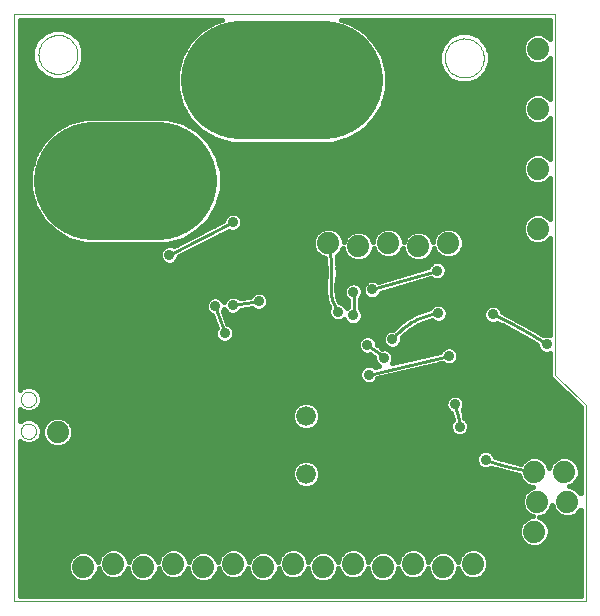
<source format=gbl>
G75*
G70*
%OFA0B0*%
%FSLAX24Y24*%
%IPPOS*%
%LPD*%
%AMOC8*
5,1,8,0,0,1.08239X$1,22.5*
%
%ADD10C,0.0000*%
%ADD11C,0.0660*%
%ADD12C,0.1000*%
%ADD13C,0.0740*%
%ADD14C,0.2540*%
%ADD15C,0.0160*%
%ADD16C,0.0413*%
%ADD17C,0.0317*%
%ADD18C,0.0472*%
%ADD19C,0.0356*%
%ADD20C,0.0100*%
%ADD21C,0.3937*%
D10*
X002631Y002862D02*
X002631Y022429D01*
X020662Y022429D01*
X020662Y010421D01*
X021686Y009398D01*
X021686Y002862D01*
X002631Y002862D01*
X002847Y008532D02*
X002849Y008563D01*
X002855Y008594D01*
X002864Y008624D01*
X002877Y008653D01*
X002894Y008680D01*
X002914Y008704D01*
X002936Y008726D01*
X002962Y008745D01*
X002989Y008761D01*
X003018Y008773D01*
X003048Y008782D01*
X003079Y008787D01*
X003111Y008788D01*
X003142Y008785D01*
X003173Y008778D01*
X003203Y008768D01*
X003231Y008754D01*
X003257Y008736D01*
X003281Y008716D01*
X003302Y008692D01*
X003321Y008667D01*
X003336Y008639D01*
X003347Y008610D01*
X003355Y008579D01*
X003359Y008548D01*
X003359Y008516D01*
X003355Y008485D01*
X003347Y008454D01*
X003336Y008425D01*
X003321Y008397D01*
X003302Y008372D01*
X003281Y008348D01*
X003257Y008328D01*
X003231Y008310D01*
X003203Y008296D01*
X003173Y008286D01*
X003142Y008279D01*
X003111Y008276D01*
X003079Y008277D01*
X003048Y008282D01*
X003018Y008291D01*
X002989Y008303D01*
X002962Y008319D01*
X002936Y008338D01*
X002914Y008360D01*
X002894Y008384D01*
X002877Y008411D01*
X002864Y008440D01*
X002855Y008470D01*
X002849Y008501D01*
X002847Y008532D01*
X002847Y009595D02*
X002849Y009626D01*
X002855Y009657D01*
X002864Y009687D01*
X002877Y009716D01*
X002894Y009743D01*
X002914Y009767D01*
X002936Y009789D01*
X002962Y009808D01*
X002989Y009824D01*
X003018Y009836D01*
X003048Y009845D01*
X003079Y009850D01*
X003111Y009851D01*
X003142Y009848D01*
X003173Y009841D01*
X003203Y009831D01*
X003231Y009817D01*
X003257Y009799D01*
X003281Y009779D01*
X003302Y009755D01*
X003321Y009730D01*
X003336Y009702D01*
X003347Y009673D01*
X003355Y009642D01*
X003359Y009611D01*
X003359Y009579D01*
X003355Y009548D01*
X003347Y009517D01*
X003336Y009488D01*
X003321Y009460D01*
X003302Y009435D01*
X003281Y009411D01*
X003257Y009391D01*
X003231Y009373D01*
X003203Y009359D01*
X003173Y009349D01*
X003142Y009342D01*
X003111Y009339D01*
X003079Y009340D01*
X003048Y009345D01*
X003018Y009354D01*
X002989Y009366D01*
X002962Y009382D01*
X002936Y009401D01*
X002914Y009423D01*
X002894Y009447D01*
X002877Y009474D01*
X002864Y009503D01*
X002855Y009533D01*
X002849Y009564D01*
X002847Y009595D01*
X003437Y021091D02*
X003439Y021141D01*
X003445Y021191D01*
X003455Y021241D01*
X003468Y021289D01*
X003485Y021337D01*
X003506Y021383D01*
X003530Y021427D01*
X003558Y021469D01*
X003589Y021509D01*
X003623Y021546D01*
X003660Y021581D01*
X003699Y021612D01*
X003740Y021641D01*
X003784Y021666D01*
X003830Y021688D01*
X003877Y021706D01*
X003925Y021720D01*
X003974Y021731D01*
X004024Y021738D01*
X004074Y021741D01*
X004125Y021740D01*
X004175Y021735D01*
X004225Y021726D01*
X004273Y021714D01*
X004321Y021697D01*
X004367Y021677D01*
X004412Y021654D01*
X004455Y021627D01*
X004495Y021597D01*
X004533Y021564D01*
X004568Y021528D01*
X004601Y021489D01*
X004630Y021448D01*
X004656Y021405D01*
X004679Y021360D01*
X004698Y021313D01*
X004713Y021265D01*
X004725Y021216D01*
X004733Y021166D01*
X004737Y021116D01*
X004737Y021066D01*
X004733Y021016D01*
X004725Y020966D01*
X004713Y020917D01*
X004698Y020869D01*
X004679Y020822D01*
X004656Y020777D01*
X004630Y020734D01*
X004601Y020693D01*
X004568Y020654D01*
X004533Y020618D01*
X004495Y020585D01*
X004455Y020555D01*
X004412Y020528D01*
X004367Y020505D01*
X004321Y020485D01*
X004273Y020468D01*
X004225Y020456D01*
X004175Y020447D01*
X004125Y020442D01*
X004074Y020441D01*
X004024Y020444D01*
X003974Y020451D01*
X003925Y020462D01*
X003877Y020476D01*
X003830Y020494D01*
X003784Y020516D01*
X003740Y020541D01*
X003699Y020570D01*
X003660Y020601D01*
X003623Y020636D01*
X003589Y020673D01*
X003558Y020713D01*
X003530Y020755D01*
X003506Y020799D01*
X003485Y020845D01*
X003468Y020893D01*
X003455Y020941D01*
X003445Y020991D01*
X003439Y021041D01*
X003437Y021091D01*
X016981Y020973D02*
X016983Y021023D01*
X016989Y021073D01*
X016999Y021123D01*
X017012Y021171D01*
X017029Y021219D01*
X017050Y021265D01*
X017074Y021309D01*
X017102Y021351D01*
X017133Y021391D01*
X017167Y021428D01*
X017204Y021463D01*
X017243Y021494D01*
X017284Y021523D01*
X017328Y021548D01*
X017374Y021570D01*
X017421Y021588D01*
X017469Y021602D01*
X017518Y021613D01*
X017568Y021620D01*
X017618Y021623D01*
X017669Y021622D01*
X017719Y021617D01*
X017769Y021608D01*
X017817Y021596D01*
X017865Y021579D01*
X017911Y021559D01*
X017956Y021536D01*
X017999Y021509D01*
X018039Y021479D01*
X018077Y021446D01*
X018112Y021410D01*
X018145Y021371D01*
X018174Y021330D01*
X018200Y021287D01*
X018223Y021242D01*
X018242Y021195D01*
X018257Y021147D01*
X018269Y021098D01*
X018277Y021048D01*
X018281Y020998D01*
X018281Y020948D01*
X018277Y020898D01*
X018269Y020848D01*
X018257Y020799D01*
X018242Y020751D01*
X018223Y020704D01*
X018200Y020659D01*
X018174Y020616D01*
X018145Y020575D01*
X018112Y020536D01*
X018077Y020500D01*
X018039Y020467D01*
X017999Y020437D01*
X017956Y020410D01*
X017911Y020387D01*
X017865Y020367D01*
X017817Y020350D01*
X017769Y020338D01*
X017719Y020329D01*
X017669Y020324D01*
X017618Y020323D01*
X017568Y020326D01*
X017518Y020333D01*
X017469Y020344D01*
X017421Y020358D01*
X017374Y020376D01*
X017328Y020398D01*
X017284Y020423D01*
X017243Y020452D01*
X017204Y020483D01*
X017167Y020518D01*
X017133Y020555D01*
X017102Y020595D01*
X017074Y020637D01*
X017050Y020681D01*
X017029Y020727D01*
X017012Y020775D01*
X016999Y020823D01*
X016989Y020873D01*
X016983Y020923D01*
X016981Y020973D01*
D11*
X012363Y009032D03*
X012363Y007110D03*
D12*
X015426Y016878D03*
X007434Y016878D03*
D13*
X013103Y014802D03*
X014103Y014702D03*
X015103Y014802D03*
X016103Y014702D03*
X017103Y014802D03*
X018103Y014702D03*
X019982Y014288D03*
X020082Y015288D03*
X019982Y016288D03*
X020082Y017288D03*
X019982Y018288D03*
X020082Y019288D03*
X019982Y020288D03*
X020082Y021288D03*
X019962Y007185D03*
X020062Y006185D03*
X020966Y007185D03*
X021066Y006185D03*
X020966Y005185D03*
X019962Y005185D03*
X018926Y004015D03*
X017926Y004115D03*
X016926Y004015D03*
X015926Y004115D03*
X014926Y004015D03*
X013926Y004115D03*
X012926Y004015D03*
X011926Y004115D03*
X010929Y004015D03*
X009929Y004115D03*
X008929Y004015D03*
X007929Y004115D03*
X006929Y004015D03*
X005929Y004115D03*
X004929Y004015D03*
X003929Y004115D03*
X004077Y008507D03*
X004077Y009647D03*
D14*
X005268Y016878D03*
X010150Y020225D03*
X012946Y020225D03*
X017355Y016878D03*
D15*
X017204Y015312D02*
X017001Y015312D01*
X016814Y015234D01*
X016671Y015091D01*
X016593Y014904D01*
X016593Y014852D01*
X016535Y014991D01*
X016392Y015134D01*
X016204Y015212D01*
X016001Y015212D01*
X015814Y015134D01*
X015671Y014991D01*
X015613Y014852D01*
X015613Y014904D01*
X015535Y015091D01*
X015392Y015234D01*
X015204Y015312D01*
X015001Y015312D01*
X014814Y015234D01*
X014671Y015091D01*
X014593Y014904D01*
X014593Y014852D01*
X014535Y014991D01*
X014392Y015134D01*
X014204Y015212D01*
X014001Y015212D01*
X013814Y015134D01*
X013671Y014991D01*
X013613Y014852D01*
X013613Y014904D01*
X013535Y015091D01*
X013392Y015234D01*
X013204Y015312D01*
X013001Y015312D01*
X012814Y015234D01*
X012671Y015091D01*
X012593Y014904D01*
X012593Y014701D01*
X012671Y014513D01*
X012814Y014370D01*
X012983Y014300D01*
X013012Y013796D01*
X012993Y013473D01*
X012993Y013472D01*
X012974Y013285D01*
X013022Y012911D01*
X013126Y012635D01*
X013100Y012571D01*
X013100Y012445D01*
X013148Y012328D01*
X013238Y012238D01*
X013355Y012190D01*
X013481Y012190D01*
X013598Y012238D01*
X013634Y012274D01*
X013660Y012210D01*
X013750Y012120D01*
X013866Y012072D01*
X013993Y012072D01*
X014110Y012120D01*
X014199Y012210D01*
X014248Y012327D01*
X014248Y012453D01*
X014199Y012570D01*
X014138Y012632D01*
X014149Y012784D01*
X014138Y012935D01*
X014199Y012997D01*
X014248Y013114D01*
X014248Y013178D01*
X014290Y013076D01*
X014379Y012986D01*
X014496Y012938D01*
X014623Y012938D01*
X014740Y012986D01*
X014829Y013076D01*
X014858Y013145D01*
X016530Y013631D01*
X016545Y013616D01*
X016662Y013568D01*
X016788Y013568D01*
X016905Y013616D01*
X016995Y013706D01*
X017043Y013823D01*
X017043Y013949D01*
X016995Y014066D01*
X016905Y014156D01*
X016788Y014204D01*
X016662Y014204D01*
X016545Y014156D01*
X016455Y014066D01*
X016427Y013997D01*
X014755Y013511D01*
X014740Y013526D01*
X014623Y013574D01*
X014496Y013574D01*
X014379Y013526D01*
X014290Y013436D01*
X014242Y013319D01*
X014242Y013256D01*
X014199Y013357D01*
X014110Y013447D01*
X013993Y013495D01*
X013866Y013495D01*
X013750Y013447D01*
X013660Y013357D01*
X013612Y013241D01*
X013612Y013114D01*
X013660Y012997D01*
X013750Y012908D01*
X013754Y012784D01*
X013750Y012659D01*
X013714Y012624D01*
X013688Y012688D01*
X013598Y012778D01*
X013481Y012826D01*
X013469Y012826D01*
X013402Y013006D01*
X013364Y013290D01*
X013371Y013434D01*
X013371Y013438D01*
X013379Y013512D01*
X013379Y013512D01*
X013406Y013787D01*
X013373Y014362D01*
X013392Y014370D01*
X013535Y014513D01*
X013593Y014653D01*
X013593Y014601D01*
X013671Y014413D01*
X013814Y014270D01*
X014001Y014192D01*
X014204Y014192D01*
X014392Y014270D01*
X014535Y014413D01*
X014613Y014601D01*
X014613Y014653D01*
X014671Y014513D01*
X014814Y014370D01*
X015001Y014292D01*
X015204Y014292D01*
X015392Y014370D01*
X015535Y014513D01*
X015593Y014653D01*
X015593Y014601D01*
X015671Y014413D01*
X015814Y014270D01*
X016001Y014192D01*
X016204Y014192D01*
X016392Y014270D01*
X016535Y014413D01*
X016613Y014601D01*
X016613Y014653D01*
X016671Y014513D01*
X016814Y014370D01*
X017001Y014292D01*
X017204Y014292D01*
X017392Y014370D01*
X017535Y014513D01*
X017613Y014701D01*
X017613Y014904D01*
X017535Y015091D01*
X017392Y015234D01*
X017204Y015312D01*
X017398Y015229D02*
X019572Y015229D01*
X019572Y015186D02*
X019572Y015389D01*
X019650Y015576D01*
X019793Y015720D01*
X019981Y015798D01*
X020184Y015798D01*
X020371Y015720D01*
X020482Y015609D01*
X020482Y016966D01*
X020371Y016855D01*
X020184Y016778D01*
X019981Y016778D01*
X019793Y016855D01*
X019650Y016999D01*
X019572Y017186D01*
X019572Y017389D01*
X019650Y017576D01*
X019793Y017720D01*
X019981Y017798D01*
X020184Y017798D01*
X020371Y017720D01*
X020482Y017609D01*
X020482Y018966D01*
X020371Y018855D01*
X020184Y018778D01*
X019981Y018778D01*
X019793Y018855D01*
X019650Y018999D01*
X019572Y019186D01*
X019572Y019389D01*
X019650Y019576D01*
X019793Y019720D01*
X019981Y019798D01*
X020184Y019798D01*
X020371Y019720D01*
X020482Y019609D01*
X020482Y020966D01*
X020371Y020855D01*
X020184Y020778D01*
X020482Y020778D01*
X020482Y020936D02*
X020452Y020936D01*
X020184Y020778D02*
X019981Y020778D01*
X019793Y020855D01*
X019650Y020999D01*
X019572Y021186D01*
X019572Y021389D01*
X019650Y021576D01*
X019793Y021720D01*
X019981Y021798D01*
X020184Y021798D01*
X020371Y021720D01*
X020482Y021609D01*
X020482Y022249D01*
X013535Y022249D01*
X013759Y022189D01*
X014240Y021912D01*
X014633Y021519D01*
X014910Y021038D01*
X015054Y020502D01*
X015054Y019947D01*
X014910Y019411D01*
X014633Y018930D01*
X014240Y018537D01*
X013759Y018260D01*
X013223Y018116D01*
X009873Y018116D01*
X009336Y018260D01*
X008856Y018537D01*
X008463Y018930D01*
X008185Y019411D01*
X008042Y019947D01*
X008042Y020502D01*
X008185Y021038D01*
X008463Y021519D01*
X008856Y021912D01*
X009336Y022189D01*
X009560Y022249D01*
X002811Y022249D01*
X002811Y009919D01*
X002856Y009964D01*
X003016Y010031D01*
X003190Y010031D01*
X003350Y009964D01*
X003473Y009842D01*
X003539Y009681D01*
X003539Y009508D01*
X003473Y009348D01*
X003350Y009225D01*
X003190Y009159D01*
X003016Y009159D01*
X002856Y009225D01*
X002811Y009271D01*
X002811Y008856D01*
X002856Y008901D01*
X003016Y008968D01*
X003190Y008968D01*
X003350Y008901D01*
X003473Y008779D01*
X003539Y008618D01*
X003539Y008445D01*
X003473Y008285D01*
X003350Y008162D01*
X003190Y008096D01*
X003016Y008096D01*
X002856Y008162D01*
X002811Y008208D01*
X002811Y003042D01*
X021506Y003042D01*
X021506Y005913D01*
X021499Y005896D01*
X021355Y005753D01*
X021168Y005675D01*
X020965Y005675D01*
X020777Y005753D01*
X020634Y005896D01*
X020564Y006065D01*
X020494Y005896D01*
X020351Y005753D01*
X020164Y005675D01*
X020112Y005675D01*
X020251Y005618D01*
X020394Y005474D01*
X020472Y005287D01*
X020472Y005084D01*
X020394Y004896D01*
X020251Y004753D01*
X020064Y004675D01*
X019861Y004675D01*
X019673Y004753D01*
X019530Y004896D01*
X019452Y005084D01*
X019452Y005287D01*
X019530Y005474D01*
X019673Y005618D01*
X019861Y005695D01*
X019913Y005695D01*
X019773Y005753D01*
X019630Y005896D01*
X019552Y006084D01*
X019552Y006287D01*
X019630Y006474D01*
X019773Y006618D01*
X019913Y006675D01*
X019861Y006675D01*
X019673Y006753D01*
X019530Y006896D01*
X019461Y007063D01*
X018675Y007258D01*
X018675Y007258D01*
X018518Y007317D01*
X018402Y007269D01*
X018276Y007269D01*
X018159Y007317D01*
X018070Y007407D01*
X018021Y007523D01*
X018021Y007650D01*
X018070Y007767D01*
X018159Y007856D01*
X018276Y007905D01*
X018402Y007905D01*
X018519Y007856D01*
X018609Y007767D01*
X018644Y007683D01*
X018792Y007632D01*
X019521Y007452D01*
X019530Y007474D01*
X019673Y007618D01*
X019861Y007695D01*
X020064Y007695D01*
X020251Y007618D01*
X020394Y007474D01*
X020464Y007306D01*
X020534Y007474D01*
X020677Y007618D01*
X020865Y007695D01*
X021068Y007695D01*
X021255Y007618D01*
X021399Y007474D01*
X021476Y007287D01*
X021476Y007084D01*
X021399Y006896D01*
X021255Y006753D01*
X021116Y006695D01*
X021168Y006695D01*
X021355Y006618D01*
X021499Y006474D01*
X021506Y006457D01*
X021506Y009323D01*
X020588Y010241D01*
X020587Y010241D01*
X020482Y010347D01*
X020482Y011128D01*
X020442Y011111D01*
X020315Y011111D01*
X020198Y011160D01*
X020109Y011249D01*
X020060Y011366D01*
X020060Y011405D01*
X019844Y011541D01*
X018953Y012034D01*
X018953Y012034D01*
X018723Y012146D01*
X018639Y012111D01*
X018512Y012111D01*
X018395Y012160D01*
X018306Y012249D01*
X018257Y012366D01*
X018257Y012493D01*
X018306Y012609D01*
X018395Y012699D01*
X018512Y012747D01*
X018639Y012747D01*
X018756Y012699D01*
X018845Y012609D01*
X018894Y012493D01*
X018894Y012491D01*
X019130Y012381D01*
X020044Y011874D01*
X020044Y011874D01*
X020268Y011728D01*
X020315Y011747D01*
X020442Y011747D01*
X020482Y011731D01*
X020482Y014966D01*
X020371Y014855D01*
X020184Y014778D01*
X019981Y014778D01*
X019793Y014855D01*
X019650Y014999D01*
X019572Y015186D01*
X019620Y015070D02*
X017544Y015070D01*
X017610Y014912D02*
X019737Y014912D01*
X019572Y015387D02*
X010212Y015387D01*
X010232Y015437D02*
X010184Y015320D01*
X010094Y015230D01*
X009977Y015182D01*
X009851Y015182D01*
X009774Y015214D01*
X008118Y014356D01*
X008118Y014342D01*
X008069Y014225D01*
X007980Y014136D01*
X007863Y014088D01*
X007737Y014088D01*
X007620Y014136D01*
X007530Y014225D01*
X007482Y014342D01*
X007482Y014469D01*
X007530Y014586D01*
X007620Y014675D01*
X007737Y014724D01*
X007863Y014724D01*
X007940Y014692D01*
X009596Y015549D01*
X009596Y015563D01*
X009644Y015680D01*
X009734Y015770D01*
X009851Y015818D01*
X009977Y015818D01*
X010094Y015770D01*
X010184Y015680D01*
X010232Y015563D01*
X010232Y015437D01*
X010232Y015546D02*
X019637Y015546D01*
X019778Y015704D02*
X010160Y015704D01*
X010090Y015229D02*
X012808Y015229D01*
X012662Y015070D02*
X009497Y015070D01*
X009190Y014912D02*
X012596Y014912D01*
X012593Y014753D02*
X008884Y014753D01*
X008578Y014595D02*
X012637Y014595D01*
X012748Y014436D02*
X008272Y014436D01*
X008091Y014277D02*
X012984Y014277D01*
X012994Y014119D02*
X007939Y014119D01*
X007661Y014119D02*
X002811Y014119D01*
X002811Y014277D02*
X007509Y014277D01*
X007482Y014436D02*
X002811Y014436D01*
X002811Y014595D02*
X007539Y014595D01*
X007711Y014770D02*
X008248Y014913D01*
X008728Y015191D01*
X009121Y015583D01*
X009398Y016064D01*
X009542Y016600D01*
X009542Y017156D01*
X009398Y017692D01*
X009121Y018173D01*
X008728Y018565D01*
X008248Y018843D01*
X007711Y018987D01*
X004991Y018987D01*
X004454Y018843D01*
X003974Y018565D01*
X003581Y018173D01*
X003304Y017692D01*
X003160Y017156D01*
X003160Y016600D01*
X003304Y016064D01*
X003581Y015583D01*
X003974Y015191D01*
X004454Y014913D01*
X004991Y014770D01*
X007711Y014770D01*
X008058Y014753D02*
X002811Y014753D01*
X002811Y014912D02*
X004461Y014912D01*
X004183Y015070D02*
X002811Y015070D01*
X002811Y015229D02*
X003936Y015229D01*
X003777Y015387D02*
X002811Y015387D01*
X002811Y015546D02*
X003619Y015546D01*
X003511Y015704D02*
X002811Y015704D01*
X002811Y015863D02*
X003420Y015863D01*
X003328Y016021D02*
X002811Y016021D01*
X002811Y016180D02*
X003273Y016180D01*
X003230Y016339D02*
X002811Y016339D01*
X002811Y016497D02*
X003188Y016497D01*
X003160Y016656D02*
X002811Y016656D01*
X002811Y016814D02*
X003160Y016814D01*
X003160Y016973D02*
X002811Y016973D01*
X002811Y017131D02*
X003160Y017131D01*
X003196Y017290D02*
X002811Y017290D01*
X002811Y017448D02*
X003238Y017448D01*
X003281Y017607D02*
X002811Y017607D01*
X002811Y017765D02*
X003346Y017765D01*
X003438Y017924D02*
X002811Y017924D01*
X002811Y018083D02*
X003529Y018083D01*
X003649Y018241D02*
X002811Y018241D01*
X002811Y018400D02*
X003808Y018400D01*
X003966Y018558D02*
X002811Y018558D01*
X002811Y018717D02*
X004236Y018717D01*
X004575Y018875D02*
X002811Y018875D01*
X002811Y019034D02*
X008403Y019034D01*
X008311Y019192D02*
X002811Y019192D01*
X002811Y019351D02*
X008220Y019351D01*
X008159Y019509D02*
X002811Y019509D01*
X002811Y019668D02*
X008116Y019668D01*
X008074Y019826D02*
X002811Y019826D01*
X002811Y019985D02*
X008042Y019985D01*
X008042Y020144D02*
X002811Y020144D01*
X002811Y020302D02*
X003770Y020302D01*
X003918Y020241D02*
X004038Y020241D01*
X004038Y020241D01*
X004087Y020241D01*
X004105Y020241D01*
X004137Y020241D01*
X004256Y020241D01*
X004256Y020241D01*
X004569Y020370D01*
X004808Y020609D01*
X004808Y020609D01*
X004937Y020922D01*
X004937Y021260D01*
X004808Y021572D01*
X004808Y021572D01*
X004569Y021811D01*
X004569Y021811D01*
X004256Y021941D01*
X004137Y021941D01*
X004087Y021941D01*
X004085Y021941D01*
X004038Y021941D01*
X004038Y021941D01*
X003918Y021941D01*
X003606Y021811D01*
X003606Y021811D01*
X003367Y021572D01*
X003237Y021260D01*
X003237Y020922D01*
X003237Y020922D01*
X003367Y020609D01*
X003606Y020370D01*
X003918Y020241D01*
X003918Y020241D01*
X004137Y020241D02*
X004137Y020241D01*
X004404Y020302D02*
X008042Y020302D01*
X008042Y020461D02*
X004659Y020461D01*
X004569Y020370D02*
X004569Y020370D01*
X004812Y020619D02*
X008073Y020619D01*
X008116Y020778D02*
X004878Y020778D01*
X004937Y020922D02*
X004937Y020922D01*
X004937Y020936D02*
X008158Y020936D01*
X008218Y021095D02*
X004937Y021095D01*
X004937Y021253D02*
X008310Y021253D01*
X008401Y021412D02*
X004874Y021412D01*
X004937Y021260D02*
X004937Y021260D01*
X004808Y021570D02*
X008514Y021570D01*
X008673Y021729D02*
X004651Y021729D01*
X004384Y021888D02*
X008831Y021888D01*
X009088Y022046D02*
X002811Y022046D01*
X002811Y021888D02*
X003790Y021888D01*
X003918Y021941D02*
X003918Y021941D01*
X004137Y021941D02*
X004137Y021941D01*
X003524Y021729D02*
X002811Y021729D01*
X002811Y021570D02*
X003366Y021570D01*
X003367Y021572D02*
X003367Y021572D01*
X003300Y021412D02*
X002811Y021412D01*
X002811Y021253D02*
X003237Y021253D01*
X003237Y021260D02*
X003237Y021260D01*
X003237Y021095D02*
X002811Y021095D01*
X002811Y020936D02*
X003237Y020936D01*
X003297Y020778D02*
X002811Y020778D01*
X002811Y020619D02*
X003363Y020619D01*
X003367Y020609D02*
X003367Y020609D01*
X003515Y020461D02*
X002811Y020461D01*
X003606Y020370D02*
X003606Y020370D01*
X002811Y022205D02*
X009394Y022205D01*
X008518Y018875D02*
X008127Y018875D01*
X008466Y018717D02*
X008676Y018717D01*
X008736Y018558D02*
X008835Y018558D01*
X008894Y018400D02*
X009094Y018400D01*
X009053Y018241D02*
X009406Y018241D01*
X009173Y018083D02*
X020482Y018083D01*
X020482Y018241D02*
X013690Y018241D01*
X014002Y018400D02*
X020482Y018400D01*
X020482Y018558D02*
X014261Y018558D01*
X014420Y018717D02*
X020482Y018717D01*
X020482Y018875D02*
X020391Y018875D01*
X019773Y018875D02*
X014578Y018875D01*
X014693Y019034D02*
X019635Y019034D01*
X019572Y019192D02*
X014784Y019192D01*
X014876Y019351D02*
X019572Y019351D01*
X019622Y019509D02*
X014937Y019509D01*
X014979Y019668D02*
X019741Y019668D01*
X020423Y019668D02*
X020482Y019668D01*
X020482Y019826D02*
X015022Y019826D01*
X015054Y019985D02*
X020482Y019985D01*
X020482Y020144D02*
X017850Y020144D01*
X017800Y020123D02*
X018112Y020252D01*
X018351Y020491D01*
X018351Y020491D01*
X018480Y020804D01*
X018480Y021142D01*
X018351Y021454D01*
X018112Y021693D01*
X017800Y021823D01*
X017800Y021823D01*
X017680Y021823D01*
X017631Y021823D01*
X017630Y021823D01*
X017581Y021823D01*
X017581Y021823D01*
X017461Y021823D01*
X017149Y021693D01*
X016910Y021454D01*
X016781Y021142D01*
X016781Y021142D01*
X016781Y020804D01*
X016781Y020804D01*
X016910Y020491D01*
X017149Y020252D01*
X017149Y020252D01*
X017461Y020123D01*
X017581Y020123D01*
X017581Y020123D01*
X017631Y020123D01*
X017651Y020123D01*
X017680Y020123D01*
X017800Y020123D01*
X017800Y020123D01*
X017680Y020123D02*
X017680Y020123D01*
X017411Y020144D02*
X015054Y020144D01*
X015054Y020302D02*
X017099Y020302D01*
X016940Y020461D02*
X015054Y020461D01*
X015023Y020619D02*
X016857Y020619D01*
X016910Y020491D02*
X016910Y020491D01*
X016791Y020778D02*
X014980Y020778D01*
X014938Y020936D02*
X016781Y020936D01*
X016781Y021095D02*
X014878Y021095D01*
X014786Y021253D02*
X016827Y021253D01*
X016893Y021412D02*
X014695Y021412D01*
X014581Y021570D02*
X017026Y021570D01*
X016910Y021454D02*
X016910Y021454D01*
X017149Y021693D02*
X017149Y021693D01*
X017236Y021729D02*
X014423Y021729D01*
X014264Y021888D02*
X020482Y021888D01*
X020482Y022046D02*
X014007Y022046D01*
X013702Y022205D02*
X020482Y022205D01*
X020482Y021729D02*
X020349Y021729D01*
X019815Y021729D02*
X018025Y021729D01*
X018112Y021693D02*
X018112Y021693D01*
X018235Y021570D02*
X019647Y021570D01*
X019582Y021412D02*
X018369Y021412D01*
X018351Y021454D02*
X018351Y021454D01*
X018434Y021253D02*
X019572Y021253D01*
X019610Y021095D02*
X018480Y021095D01*
X018480Y021142D02*
X018480Y021142D01*
X018480Y020936D02*
X019712Y020936D01*
X019980Y020778D02*
X018470Y020778D01*
X018480Y020804D02*
X018480Y020804D01*
X018404Y020619D02*
X020482Y020619D01*
X020482Y020461D02*
X018321Y020461D01*
X018162Y020302D02*
X020482Y020302D01*
X018112Y020252D02*
X018112Y020252D01*
X017680Y021823D02*
X017680Y021823D01*
X017461Y021823D02*
X017461Y021823D01*
X020482Y017924D02*
X009265Y017924D01*
X009356Y017765D02*
X019903Y017765D01*
X019680Y017607D02*
X009421Y017607D01*
X009464Y017448D02*
X019597Y017448D01*
X019572Y017290D02*
X009506Y017290D01*
X009542Y017131D02*
X019595Y017131D01*
X019676Y016973D02*
X009542Y016973D01*
X009542Y016814D02*
X019892Y016814D01*
X020272Y016814D02*
X020482Y016814D01*
X020482Y016656D02*
X009542Y016656D01*
X009514Y016497D02*
X020482Y016497D01*
X020482Y016339D02*
X009472Y016339D01*
X009429Y016180D02*
X020482Y016180D01*
X020482Y016021D02*
X009374Y016021D01*
X009282Y015863D02*
X020482Y015863D01*
X020482Y015704D02*
X020386Y015704D01*
X020427Y014912D02*
X020482Y014912D01*
X020482Y014753D02*
X017613Y014753D01*
X017569Y014595D02*
X020482Y014595D01*
X020482Y014436D02*
X017458Y014436D01*
X016942Y014119D02*
X020482Y014119D01*
X020482Y014277D02*
X016400Y014277D01*
X016508Y014119D02*
X013387Y014119D01*
X013378Y014277D02*
X013806Y014277D01*
X013661Y014436D02*
X013458Y014436D01*
X013569Y014595D02*
X013595Y014595D01*
X013610Y014912D02*
X013638Y014912D01*
X013544Y015070D02*
X013750Y015070D01*
X013398Y015229D02*
X014808Y015229D01*
X014662Y015070D02*
X014456Y015070D01*
X014568Y014912D02*
X014596Y014912D01*
X014610Y014595D02*
X014637Y014595D01*
X014545Y014436D02*
X014748Y014436D01*
X014400Y014277D02*
X015806Y014277D01*
X015661Y014436D02*
X015458Y014436D01*
X015569Y014595D02*
X015595Y014595D01*
X015610Y014912D02*
X015638Y014912D01*
X015544Y015070D02*
X015750Y015070D01*
X015398Y015229D02*
X016808Y015229D01*
X016662Y015070D02*
X016456Y015070D01*
X016568Y014912D02*
X016596Y014912D01*
X016610Y014595D02*
X016637Y014595D01*
X016545Y014436D02*
X016748Y014436D01*
X017039Y013960D02*
X020482Y013960D01*
X020482Y013802D02*
X017034Y013802D01*
X016932Y013643D02*
X020482Y013643D01*
X020482Y013485D02*
X016026Y013485D01*
X015756Y013802D02*
X013406Y013802D01*
X013406Y013787D02*
X013406Y013787D01*
X013392Y013643D02*
X015211Y013643D01*
X015481Y013326D02*
X020482Y013326D01*
X020482Y013168D02*
X014936Y013168D01*
X014763Y013009D02*
X020482Y013009D01*
X020482Y012851D02*
X014144Y012851D01*
X014149Y012784D02*
X014149Y012784D01*
X014142Y012692D02*
X016538Y012692D01*
X016495Y012649D02*
X016584Y012738D01*
X016701Y012787D01*
X016828Y012787D01*
X016945Y012738D01*
X017034Y012649D01*
X017082Y012532D01*
X017082Y012405D01*
X017034Y012288D01*
X016945Y012199D01*
X016828Y012151D01*
X016701Y012151D01*
X016584Y012199D01*
X016548Y012235D01*
X016188Y012118D01*
X015827Y011914D01*
X015545Y011670D01*
X015547Y011666D01*
X015547Y011539D01*
X015499Y011422D01*
X015409Y011333D01*
X015292Y011284D01*
X015166Y011284D01*
X015049Y011333D01*
X014959Y011422D01*
X014911Y011539D01*
X014911Y011666D01*
X014959Y011783D01*
X015049Y011872D01*
X015166Y011921D01*
X015238Y011921D01*
X015602Y012235D01*
X015602Y012235D01*
X016030Y012477D01*
X016030Y012477D01*
X016485Y012625D01*
X016495Y012649D01*
X016205Y012534D02*
X014215Y012534D01*
X014248Y012375D02*
X015850Y012375D01*
X015580Y012216D02*
X014202Y012216D01*
X014339Y011724D02*
X014222Y011675D01*
X014133Y011586D01*
X014084Y011469D01*
X014084Y011342D01*
X014133Y011225D01*
X014222Y011136D01*
X014339Y011088D01*
X014465Y011088D01*
X014496Y011100D01*
X014567Y011048D01*
X014635Y010991D01*
X014635Y010909D01*
X014684Y010792D01*
X014773Y010703D01*
X014786Y010698D01*
X014648Y010665D01*
X014622Y010691D01*
X014505Y010739D01*
X014378Y010739D01*
X014261Y010691D01*
X014172Y010602D01*
X014123Y010485D01*
X014123Y010358D01*
X014172Y010241D01*
X014261Y010152D01*
X014378Y010103D01*
X014505Y010103D01*
X014622Y010152D01*
X014711Y010241D01*
X014733Y010295D01*
X016913Y010808D01*
X016939Y010782D01*
X017055Y010733D01*
X017182Y010733D01*
X017299Y010782D01*
X017388Y010871D01*
X017437Y010988D01*
X017437Y011115D01*
X017388Y011231D01*
X017299Y011321D01*
X017182Y011369D01*
X017055Y011369D01*
X016939Y011321D01*
X016849Y011231D01*
X016827Y011178D01*
X015227Y010801D01*
X015271Y010909D01*
X015271Y011036D01*
X015223Y011153D01*
X015134Y011242D01*
X015017Y011291D01*
X014890Y011291D01*
X014885Y011288D01*
X014809Y011356D01*
X014809Y011356D01*
X014720Y011417D01*
X014720Y011469D01*
X014672Y011586D01*
X014582Y011675D01*
X014465Y011724D01*
X014339Y011724D01*
X014131Y011582D02*
X009871Y011582D01*
X009908Y011619D02*
X009956Y011736D01*
X009956Y011863D01*
X009908Y011980D01*
X009819Y012069D01*
X009734Y012104D01*
X009589Y012520D01*
X009593Y012525D01*
X009625Y012602D01*
X009644Y012556D01*
X009734Y012467D01*
X009851Y012418D01*
X009977Y012418D01*
X010094Y012467D01*
X010184Y012556D01*
X010196Y012585D01*
X010555Y012638D01*
X010600Y012593D01*
X010717Y012544D01*
X010843Y012544D01*
X010960Y012593D01*
X011050Y012682D01*
X011098Y012799D01*
X011098Y012926D01*
X011050Y013043D01*
X010960Y013132D01*
X010843Y013180D01*
X010717Y013180D01*
X010600Y013132D01*
X010510Y013043D01*
X010498Y013013D01*
X010139Y012961D01*
X010094Y013006D01*
X009977Y013054D01*
X009851Y013054D01*
X009734Y013006D01*
X009644Y012917D01*
X009612Y012839D01*
X009593Y012885D01*
X009504Y012975D01*
X009387Y013023D01*
X009260Y013023D01*
X009143Y012975D01*
X009054Y012885D01*
X009005Y012768D01*
X009005Y012642D01*
X009054Y012525D01*
X009143Y012435D01*
X009228Y012400D01*
X009373Y011984D01*
X009369Y011980D01*
X009320Y011863D01*
X009320Y011736D01*
X009369Y011619D01*
X009458Y011530D01*
X009575Y011481D01*
X009702Y011481D01*
X009819Y011530D01*
X009908Y011619D01*
X009956Y011741D02*
X014942Y011741D01*
X014911Y011582D02*
X014673Y011582D01*
X014720Y011424D02*
X014959Y011424D01*
X015078Y011265D02*
X016883Y011265D01*
X016524Y011107D02*
X015242Y011107D01*
X015271Y010948D02*
X015851Y010948D01*
X016162Y010631D02*
X020482Y010631D01*
X020482Y010790D02*
X017307Y010790D01*
X017420Y010948D02*
X020482Y010948D01*
X020482Y011107D02*
X017437Y011107D01*
X017355Y011265D02*
X020102Y011265D01*
X020030Y011424D02*
X015499Y011424D01*
X015547Y011582D02*
X019768Y011582D01*
X019482Y011741D02*
X015627Y011741D01*
X015810Y011899D02*
X019197Y011899D01*
X019427Y012216D02*
X020482Y012216D01*
X020482Y012058D02*
X019713Y012058D01*
X019999Y011899D02*
X020482Y011899D01*
X020482Y011741D02*
X020458Y011741D01*
X020299Y011741D02*
X020249Y011741D01*
X020482Y012375D02*
X019141Y012375D01*
X018877Y012534D02*
X020482Y012534D01*
X020482Y012692D02*
X018762Y012692D01*
X018388Y012692D02*
X016991Y012692D01*
X017082Y012534D02*
X018274Y012534D01*
X018257Y012375D02*
X017070Y012375D01*
X016962Y012216D02*
X018338Y012216D01*
X018905Y012058D02*
X016082Y012058D01*
X016491Y012216D02*
X016567Y012216D01*
X015397Y012058D02*
X009830Y012058D01*
X009941Y011899D02*
X015114Y011899D01*
X014293Y011107D02*
X002811Y011107D01*
X002811Y011265D02*
X014116Y011265D01*
X014084Y011424D02*
X002811Y011424D01*
X002811Y011582D02*
X009406Y011582D01*
X009320Y011741D02*
X002811Y011741D01*
X002811Y011899D02*
X009336Y011899D01*
X009347Y012058D02*
X002811Y012058D01*
X002811Y012216D02*
X009292Y012216D01*
X009237Y012375D02*
X002811Y012375D01*
X002811Y012534D02*
X009050Y012534D01*
X009005Y012692D02*
X002811Y012692D01*
X002811Y012851D02*
X009040Y012851D01*
X009227Y013009D02*
X002811Y013009D01*
X002811Y013168D02*
X010686Y013168D01*
X010874Y013168D02*
X012989Y013168D01*
X012974Y013285D02*
X012974Y013285D01*
X012978Y013326D02*
X002811Y013326D01*
X002811Y013485D02*
X012994Y013485D01*
X013003Y013643D02*
X002811Y013643D01*
X002811Y013802D02*
X013012Y013802D01*
X013003Y013960D02*
X002811Y013960D01*
X002811Y010948D02*
X014635Y010948D01*
X014687Y010790D02*
X002811Y010790D01*
X002811Y010631D02*
X014201Y010631D01*
X014123Y010472D02*
X002811Y010472D01*
X002811Y010314D02*
X014142Y010314D01*
X014258Y010155D02*
X002811Y010155D01*
X002811Y009997D02*
X002935Y009997D01*
X003271Y009997D02*
X020832Y009997D01*
X020674Y010155D02*
X014625Y010155D01*
X014814Y010314D02*
X020515Y010314D01*
X020482Y010472D02*
X015488Y010472D01*
X016836Y010790D02*
X016931Y010790D01*
X017252Y009755D02*
X017135Y009707D01*
X017046Y009617D01*
X016997Y009500D01*
X016997Y009374D01*
X017046Y009257D01*
X017135Y009167D01*
X017195Y009143D01*
X017225Y009027D01*
X017244Y008910D01*
X017203Y008869D01*
X017155Y008752D01*
X017155Y008626D01*
X017203Y008509D01*
X017293Y008419D01*
X017410Y008371D01*
X017536Y008371D01*
X017653Y008419D01*
X017743Y008509D01*
X017791Y008626D01*
X017791Y008752D01*
X017743Y008869D01*
X017653Y008959D01*
X017631Y008968D01*
X017614Y009109D01*
X017573Y009244D01*
X017585Y009257D01*
X017634Y009374D01*
X017634Y009500D01*
X017585Y009617D01*
X017496Y009707D01*
X017379Y009755D01*
X017252Y009755D01*
X017108Y009680D02*
X003539Y009680D01*
X003539Y009521D02*
X017006Y009521D01*
X017002Y009363D02*
X012696Y009363D01*
X012761Y009298D02*
X012629Y009430D01*
X012456Y009502D01*
X012269Y009502D01*
X012097Y009430D01*
X011964Y009298D01*
X011893Y009125D01*
X011893Y008938D01*
X011964Y008765D01*
X012097Y008633D01*
X012269Y008562D01*
X012456Y008562D01*
X012629Y008633D01*
X012761Y008765D01*
X012833Y008938D01*
X012833Y009125D01*
X012761Y009298D01*
X012800Y009204D02*
X017099Y009204D01*
X017220Y009046D02*
X012833Y009046D01*
X012812Y008887D02*
X017221Y008887D01*
X017155Y008728D02*
X012724Y008728D01*
X012476Y008570D02*
X017178Y008570D01*
X017312Y008411D02*
X004587Y008411D01*
X004587Y008406D02*
X004509Y008218D01*
X004366Y008075D01*
X004178Y007997D01*
X003976Y007997D01*
X003788Y008075D01*
X003645Y008218D01*
X003567Y008406D01*
X003567Y008609D01*
X003645Y008796D01*
X003788Y008940D01*
X003976Y009017D01*
X004178Y009017D01*
X004366Y008940D01*
X004509Y008796D01*
X004587Y008609D01*
X004587Y008406D01*
X004587Y008570D02*
X012249Y008570D01*
X012001Y008728D02*
X004537Y008728D01*
X004419Y008887D02*
X011914Y008887D01*
X011893Y009046D02*
X002811Y009046D01*
X002811Y009204D02*
X002907Y009204D01*
X002842Y008887D02*
X002811Y008887D01*
X003364Y008887D02*
X003735Y008887D01*
X003617Y008728D02*
X003493Y008728D01*
X003539Y008570D02*
X003567Y008570D01*
X003567Y008411D02*
X003525Y008411D01*
X003441Y008253D02*
X003630Y008253D01*
X003769Y008094D02*
X002811Y008094D01*
X002811Y007936D02*
X021506Y007936D01*
X021506Y008094D02*
X004385Y008094D01*
X004524Y008253D02*
X021506Y008253D01*
X021506Y008411D02*
X017634Y008411D01*
X017768Y008570D02*
X021506Y008570D01*
X021506Y008728D02*
X017791Y008728D01*
X017725Y008887D02*
X021506Y008887D01*
X021506Y009046D02*
X017621Y009046D01*
X017585Y009204D02*
X021506Y009204D01*
X021466Y009363D02*
X017629Y009363D01*
X017625Y009521D02*
X021308Y009521D01*
X021149Y009680D02*
X017523Y009680D01*
X018080Y007777D02*
X002811Y007777D01*
X002811Y007619D02*
X018021Y007619D01*
X018047Y007460D02*
X012678Y007460D01*
X012629Y007509D02*
X012761Y007377D01*
X012833Y007204D01*
X012833Y007017D01*
X012761Y006844D01*
X012629Y006712D01*
X012456Y006640D01*
X012269Y006640D01*
X012097Y006712D01*
X011964Y006844D01*
X011893Y007017D01*
X011893Y007204D01*
X011964Y007377D01*
X012097Y007509D01*
X012269Y007580D01*
X012456Y007580D01*
X012629Y007509D01*
X012792Y007302D02*
X018196Y007302D01*
X018482Y007302D02*
X018558Y007302D01*
X018847Y007619D02*
X019676Y007619D01*
X019524Y007460D02*
X019488Y007460D01*
X019493Y006984D02*
X012819Y006984D01*
X012833Y007143D02*
X019138Y007143D01*
X019600Y006826D02*
X012743Y006826D01*
X012521Y006667D02*
X019894Y006667D01*
X019665Y006509D02*
X002811Y006509D01*
X002811Y006667D02*
X012204Y006667D01*
X011983Y006826D02*
X002811Y006826D01*
X002811Y006984D02*
X011906Y006984D01*
X011893Y007143D02*
X002811Y007143D01*
X002811Y007302D02*
X011933Y007302D01*
X012048Y007460D02*
X002811Y007460D01*
X002811Y006350D02*
X019579Y006350D01*
X019552Y006192D02*
X002811Y006192D01*
X002811Y006033D02*
X019573Y006033D01*
X019651Y005875D02*
X002811Y005875D01*
X002811Y005716D02*
X019862Y005716D01*
X019613Y005558D02*
X002811Y005558D01*
X002811Y005399D02*
X019499Y005399D01*
X019452Y005241D02*
X002811Y005241D01*
X002811Y005082D02*
X019453Y005082D01*
X019519Y004923D02*
X002811Y004923D01*
X002811Y004765D02*
X019661Y004765D01*
X020263Y004765D02*
X021506Y004765D01*
X021506Y004923D02*
X020406Y004923D01*
X020471Y005082D02*
X021506Y005082D01*
X021506Y005241D02*
X020472Y005241D01*
X020426Y005399D02*
X021506Y005399D01*
X021506Y005558D02*
X020311Y005558D01*
X020262Y005716D02*
X020866Y005716D01*
X020656Y005875D02*
X020473Y005875D01*
X020551Y006033D02*
X020577Y006033D01*
X021267Y005716D02*
X021506Y005716D01*
X021506Y005875D02*
X021477Y005875D01*
X021464Y006509D02*
X021506Y006509D01*
X021506Y006667D02*
X021235Y006667D01*
X021328Y006826D02*
X021506Y006826D01*
X021506Y006984D02*
X021435Y006984D01*
X021476Y007143D02*
X021506Y007143D01*
X021506Y007302D02*
X021470Y007302D01*
X021506Y007460D02*
X021404Y007460D01*
X021506Y007619D02*
X021252Y007619D01*
X021506Y007777D02*
X018599Y007777D01*
X020248Y007619D02*
X020680Y007619D01*
X020528Y007460D02*
X020400Y007460D01*
X020991Y009838D02*
X003474Y009838D01*
X003479Y009363D02*
X012029Y009363D01*
X011926Y009204D02*
X003299Y009204D01*
X002811Y004606D02*
X005782Y004606D01*
X005828Y004625D02*
X005641Y004548D01*
X005497Y004404D01*
X005419Y004217D01*
X005419Y004165D01*
X005362Y004304D01*
X005218Y004448D01*
X005541Y004448D01*
X005450Y004289D02*
X005368Y004289D01*
X005218Y004448D02*
X005031Y004525D01*
X004828Y004525D01*
X004641Y004448D01*
X002811Y004448D01*
X002811Y004289D02*
X004491Y004289D01*
X004497Y004304D02*
X004419Y004117D01*
X004419Y003914D01*
X004497Y003726D01*
X004641Y003583D01*
X004828Y003505D01*
X005031Y003505D01*
X005218Y003583D01*
X005362Y003726D01*
X005439Y003914D01*
X005439Y003966D01*
X005497Y003826D01*
X005641Y003683D01*
X005828Y003605D01*
X006031Y003605D01*
X006218Y003683D01*
X006362Y003826D01*
X006419Y003966D01*
X006419Y003914D01*
X006497Y003726D01*
X006641Y003583D01*
X006828Y003505D01*
X007031Y003505D01*
X007218Y003583D01*
X007362Y003726D01*
X007439Y003914D01*
X007439Y003966D01*
X007497Y003826D01*
X007641Y003683D01*
X007828Y003605D01*
X008031Y003605D01*
X008218Y003683D01*
X008362Y003826D01*
X008419Y003966D01*
X008419Y003914D01*
X008497Y003726D01*
X008641Y003583D01*
X008828Y003505D01*
X009031Y003505D01*
X009218Y003583D01*
X009362Y003726D01*
X009439Y003914D01*
X009439Y003966D01*
X009497Y003826D01*
X009641Y003683D01*
X009828Y003605D01*
X010031Y003605D01*
X010218Y003683D01*
X010362Y003826D01*
X010419Y003966D01*
X010419Y003914D01*
X010497Y003726D01*
X010641Y003583D01*
X010828Y003505D01*
X011031Y003505D01*
X011218Y003583D01*
X011362Y003726D01*
X011439Y003914D01*
X011439Y003958D01*
X011494Y003826D01*
X011637Y003683D01*
X011825Y003605D01*
X012028Y003605D01*
X012215Y003683D01*
X012359Y003826D01*
X012416Y003965D01*
X012416Y003913D01*
X012494Y003726D01*
X012637Y003583D01*
X012825Y003505D01*
X013028Y003505D01*
X013215Y003583D01*
X013359Y003726D01*
X013436Y003913D01*
X013436Y003965D01*
X013494Y003826D01*
X013637Y003683D01*
X013825Y003605D01*
X014028Y003605D01*
X014215Y003683D01*
X014359Y003826D01*
X014416Y003965D01*
X014416Y003913D01*
X014494Y003726D01*
X014637Y003583D01*
X014825Y003505D01*
X015028Y003505D01*
X015215Y003583D01*
X015359Y003726D01*
X015436Y003913D01*
X015436Y003965D01*
X015494Y003826D01*
X015637Y003683D01*
X015825Y003605D01*
X016028Y003605D01*
X016215Y003683D01*
X016359Y003826D01*
X016416Y003965D01*
X016416Y003913D01*
X016494Y003726D01*
X016637Y003583D01*
X016825Y003505D01*
X017028Y003505D01*
X017215Y003583D01*
X017359Y003726D01*
X017436Y003913D01*
X017436Y003965D01*
X017494Y003826D01*
X017637Y003683D01*
X017825Y003605D01*
X018028Y003605D01*
X018215Y003683D01*
X018359Y003826D01*
X018436Y004013D01*
X018436Y004216D01*
X018359Y004404D01*
X018215Y004547D01*
X018028Y004625D01*
X017825Y004625D01*
X017637Y004547D01*
X017494Y004404D01*
X017416Y004216D01*
X017416Y004165D01*
X017359Y004304D01*
X017215Y004447D01*
X017028Y004525D01*
X016825Y004525D01*
X016637Y004447D01*
X016494Y004304D01*
X016436Y004165D01*
X016436Y004216D01*
X016359Y004404D01*
X016215Y004547D01*
X016028Y004625D01*
X015825Y004625D01*
X015637Y004547D01*
X015494Y004404D01*
X015416Y004216D01*
X015416Y004165D01*
X015359Y004304D01*
X015215Y004447D01*
X015028Y004525D01*
X014825Y004525D01*
X014637Y004447D01*
X014494Y004304D01*
X014436Y004165D01*
X014436Y004216D01*
X014359Y004404D01*
X014215Y004547D01*
X014028Y004625D01*
X013825Y004625D01*
X013637Y004547D01*
X013494Y004404D01*
X013416Y004216D01*
X013416Y004165D01*
X013359Y004304D01*
X013215Y004447D01*
X013028Y004525D01*
X012825Y004525D01*
X012637Y004447D01*
X012494Y004304D01*
X012436Y004165D01*
X012436Y004216D01*
X012359Y004404D01*
X012215Y004547D01*
X012028Y004625D01*
X011825Y004625D01*
X011637Y004547D01*
X011494Y004404D01*
X011416Y004216D01*
X011416Y004172D01*
X011362Y004304D01*
X011218Y004448D01*
X011538Y004448D01*
X011447Y004289D02*
X011368Y004289D01*
X011218Y004448D02*
X011031Y004525D01*
X010828Y004525D01*
X010641Y004448D01*
X010318Y004448D01*
X010362Y004404D02*
X010218Y004548D01*
X010031Y004625D01*
X009828Y004625D01*
X009641Y004548D01*
X009497Y004404D01*
X009419Y004217D01*
X009419Y004165D01*
X009362Y004304D01*
X009218Y004448D01*
X009541Y004448D01*
X009450Y004289D02*
X009368Y004289D01*
X009218Y004448D02*
X009031Y004525D01*
X008828Y004525D01*
X008641Y004448D01*
X008318Y004448D01*
X008362Y004404D02*
X008218Y004548D01*
X008031Y004625D01*
X007828Y004625D01*
X007641Y004548D01*
X007497Y004404D01*
X007419Y004217D01*
X007419Y004165D01*
X007362Y004304D01*
X007218Y004448D01*
X007541Y004448D01*
X007450Y004289D02*
X007368Y004289D01*
X007218Y004448D02*
X007031Y004525D01*
X006828Y004525D01*
X006641Y004448D01*
X006318Y004448D01*
X006362Y004404D02*
X006218Y004548D01*
X006031Y004625D01*
X005828Y004625D01*
X006077Y004606D02*
X007782Y004606D01*
X008077Y004606D02*
X009782Y004606D01*
X010077Y004606D02*
X011780Y004606D01*
X012073Y004606D02*
X013780Y004606D01*
X013538Y004448D02*
X013214Y004448D01*
X013365Y004289D02*
X013447Y004289D01*
X013395Y003814D02*
X013506Y003814D01*
X013704Y003655D02*
X013288Y003655D01*
X012565Y003655D02*
X012149Y003655D01*
X012346Y003814D02*
X012458Y003814D01*
X012488Y004289D02*
X012406Y004289D01*
X012315Y004448D02*
X012639Y004448D01*
X011704Y003655D02*
X011290Y003655D01*
X011398Y003814D02*
X011506Y003814D01*
X010568Y003655D02*
X010151Y003655D01*
X010349Y003814D02*
X010461Y003814D01*
X010439Y004165D02*
X010439Y004217D01*
X010362Y004404D01*
X010409Y004289D02*
X010491Y004289D01*
X010497Y004304D02*
X010439Y004165D01*
X010497Y004304D02*
X010641Y004448D01*
X009708Y003655D02*
X009290Y003655D01*
X009398Y003814D02*
X009510Y003814D01*
X008568Y003655D02*
X008151Y003655D01*
X008349Y003814D02*
X008461Y003814D01*
X008439Y004165D02*
X008439Y004217D01*
X008362Y004404D01*
X008409Y004289D02*
X008491Y004289D01*
X008497Y004304D02*
X008439Y004165D01*
X008497Y004304D02*
X008641Y004448D01*
X007708Y003655D02*
X007290Y003655D01*
X007398Y003814D02*
X007510Y003814D01*
X006568Y003655D02*
X006151Y003655D01*
X006349Y003814D02*
X006461Y003814D01*
X006439Y004165D02*
X006439Y004217D01*
X006362Y004404D01*
X006409Y004289D02*
X006491Y004289D01*
X006497Y004304D02*
X006439Y004165D01*
X006497Y004304D02*
X006641Y004448D01*
X005708Y003655D02*
X005290Y003655D01*
X005398Y003814D02*
X005510Y003814D01*
X004568Y003655D02*
X002811Y003655D01*
X002811Y003497D02*
X021506Y003497D01*
X021506Y003655D02*
X018149Y003655D01*
X018346Y003814D02*
X021506Y003814D01*
X021506Y003972D02*
X018419Y003972D01*
X018436Y004131D02*
X021506Y004131D01*
X021506Y004289D02*
X018406Y004289D01*
X018315Y004448D02*
X021506Y004448D01*
X021506Y004606D02*
X018073Y004606D01*
X017780Y004606D02*
X016073Y004606D01*
X016315Y004448D02*
X016639Y004448D01*
X016488Y004289D02*
X016406Y004289D01*
X016458Y003814D02*
X016346Y003814D01*
X016149Y003655D02*
X016565Y003655D01*
X017288Y003655D02*
X017704Y003655D01*
X017506Y003814D02*
X017395Y003814D01*
X017365Y004289D02*
X017447Y004289D01*
X017538Y004448D02*
X017214Y004448D01*
X015780Y004606D02*
X014073Y004606D01*
X014315Y004448D02*
X014639Y004448D01*
X014488Y004289D02*
X014406Y004289D01*
X014458Y003814D02*
X014346Y003814D01*
X014149Y003655D02*
X014565Y003655D01*
X015288Y003655D02*
X015704Y003655D01*
X015506Y003814D02*
X015395Y003814D01*
X015365Y004289D02*
X015447Y004289D01*
X015538Y004448D02*
X015214Y004448D01*
X021506Y003338D02*
X002811Y003338D01*
X002811Y003179D02*
X021506Y003179D01*
X013657Y012216D02*
X013545Y012216D01*
X013291Y012216D02*
X009695Y012216D01*
X009639Y012375D02*
X013129Y012375D01*
X013100Y012534D02*
X010161Y012534D01*
X010087Y013009D02*
X010470Y013009D01*
X011064Y013009D02*
X013010Y013009D01*
X013022Y012911D02*
X013022Y012911D01*
X013045Y012851D02*
X011098Y012851D01*
X011054Y012692D02*
X013105Y012692D01*
X013460Y012851D02*
X013752Y012851D01*
X013751Y012692D02*
X013684Y012692D01*
X013655Y013009D02*
X013401Y013009D01*
X013381Y013168D02*
X013612Y013168D01*
X013647Y013326D02*
X013366Y013326D01*
X013371Y013434D02*
X013371Y013434D01*
X013376Y013485D02*
X013841Y013485D01*
X014019Y013485D02*
X014339Y013485D01*
X014244Y013326D02*
X014212Y013326D01*
X014248Y013168D02*
X014252Y013168D01*
X014204Y013009D02*
X014357Y013009D01*
X013396Y013960D02*
X016301Y013960D01*
X020261Y017765D02*
X020482Y017765D01*
X009668Y015704D02*
X009191Y015704D01*
X009083Y015546D02*
X009589Y015546D01*
X009283Y015387D02*
X008925Y015387D01*
X008977Y015229D02*
X008766Y015229D01*
X008670Y015070D02*
X008519Y015070D01*
X008364Y014912D02*
X008241Y014912D01*
X009420Y013009D02*
X009741Y013009D01*
X009617Y012851D02*
X009607Y012851D01*
X009597Y012534D02*
X009667Y012534D01*
X004641Y004448D02*
X004497Y004304D01*
X004425Y004131D02*
X002811Y004131D01*
X002811Y003972D02*
X004419Y003972D01*
X004461Y003814D02*
X002811Y003814D01*
D16*
X007827Y007114D03*
D17*
X010583Y008059D03*
X014048Y009595D03*
X014953Y010028D03*
X016253Y008925D03*
X016213Y008374D03*
X018457Y008689D03*
X020032Y009673D03*
X012237Y012272D03*
X010190Y013729D03*
X010150Y014162D03*
X009560Y014162D03*
X009560Y013729D03*
X006961Y014240D03*
X005859Y012980D03*
X005347Y012232D03*
X004796Y011169D03*
X007867Y011524D03*
D18*
X005465Y009201D03*
D19*
X009323Y012705D03*
X009914Y012736D03*
X010780Y012862D03*
X009638Y011799D03*
X007800Y014406D03*
X009914Y015500D03*
X013418Y012508D03*
X013930Y012390D03*
X013930Y013177D03*
X014560Y013256D03*
X015229Y011603D03*
X014953Y010973D03*
X014402Y011406D03*
X014442Y010421D03*
X016764Y012469D03*
X016725Y013886D03*
X018575Y012429D03*
X017119Y011051D03*
X017316Y009437D03*
X017473Y008689D03*
X018339Y007587D03*
X020379Y011429D03*
D20*
X019962Y007185D02*
X019631Y007235D01*
X019302Y007300D01*
X018977Y007380D01*
X018656Y007476D01*
X018339Y007586D01*
X015228Y011603D02*
X015295Y011685D01*
X015366Y011765D01*
X015441Y011841D01*
X015519Y011913D01*
X015600Y011982D01*
X015685Y012047D01*
X015772Y012107D01*
X015863Y012164D01*
X015955Y012216D01*
X016051Y012264D01*
X016148Y012308D01*
X016247Y012346D01*
X016348Y012381D01*
X016450Y012410D01*
X016554Y012434D01*
X016659Y012454D01*
X016764Y012469D01*
X016725Y013886D02*
X014560Y013256D01*
X013418Y012508D02*
X013380Y012568D01*
X013345Y012630D01*
X013313Y012693D01*
X013285Y012758D01*
X013259Y012824D01*
X013237Y012891D01*
X013218Y012960D01*
X013202Y013029D01*
X013190Y013099D01*
X013182Y013169D01*
X013177Y013240D01*
X013175Y013311D01*
X013177Y013382D01*
X013182Y013453D01*
X010780Y012862D02*
X009914Y012736D01*
X009323Y012705D02*
X009638Y011799D01*
X013930Y012390D02*
X013942Y012653D01*
X013942Y012915D01*
X013930Y013178D01*
X014442Y010421D02*
X017119Y011051D01*
X017315Y009437D02*
X017366Y009253D01*
X017410Y009067D01*
X017445Y008879D01*
X017472Y008689D01*
X014954Y010973D02*
X014776Y011125D01*
X014592Y011270D01*
X014402Y011406D01*
X009914Y015500D02*
X007800Y014406D01*
X013103Y014802D02*
X013140Y014612D01*
X013169Y014420D01*
X013189Y014227D01*
X013200Y014033D01*
X013203Y013840D01*
X013196Y013646D01*
X013181Y013453D01*
X018576Y012429D02*
X019193Y012125D01*
X019794Y011791D01*
X020379Y011429D01*
D21*
X012946Y020225D02*
X010150Y020225D01*
X007434Y016878D02*
X005268Y016878D01*
M02*

</source>
